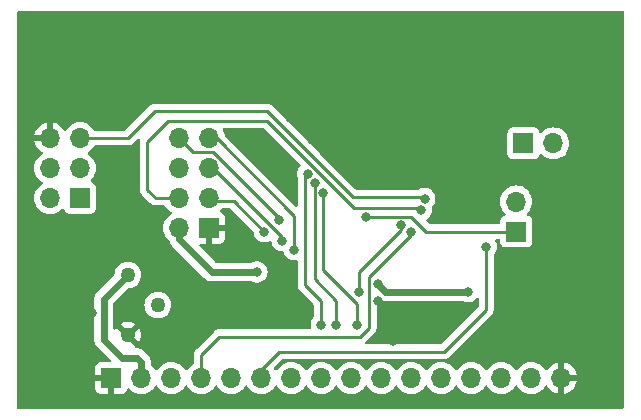
<source format=gbl>
G04 #@! TF.GenerationSoftware,KiCad,Pcbnew,7.0.7*
G04 #@! TF.CreationDate,2023-10-10T15:44:46+02:00*
G04 #@! TF.ProjectId,EcranLCD_Schema_V1.2,45637261-6e4c-4434-945f-536368656d61,rev?*
G04 #@! TF.SameCoordinates,Original*
G04 #@! TF.FileFunction,Copper,L2,Bot*
G04 #@! TF.FilePolarity,Positive*
%FSLAX46Y46*%
G04 Gerber Fmt 4.6, Leading zero omitted, Abs format (unit mm)*
G04 Created by KiCad (PCBNEW 7.0.7) date 2023-10-10 15:44:46*
%MOMM*%
%LPD*%
G01*
G04 APERTURE LIST*
G04 #@! TA.AperFunction,ComponentPad*
%ADD10R,1.700000X1.700000*%
G04 #@! TD*
G04 #@! TA.AperFunction,ComponentPad*
%ADD11O,1.700000X1.700000*%
G04 #@! TD*
G04 #@! TA.AperFunction,ComponentPad*
%ADD12C,1.260000*%
G04 #@! TD*
G04 #@! TA.AperFunction,ViaPad*
%ADD13C,0.800000*%
G04 #@! TD*
G04 #@! TA.AperFunction,Conductor*
%ADD14C,0.600000*%
G04 #@! TD*
G04 #@! TA.AperFunction,Conductor*
%ADD15C,0.250000*%
G04 #@! TD*
G04 APERTURE END LIST*
D10*
X117760000Y-69300000D03*
D11*
X115220000Y-69300000D03*
X117760000Y-66760000D03*
X115220000Y-66760000D03*
X117760000Y-64220000D03*
X115220000Y-64220000D03*
D10*
X120396000Y-84531200D03*
D11*
X122936000Y-84531200D03*
X125476000Y-84531200D03*
X128016000Y-84531200D03*
X130556000Y-84531200D03*
X133096000Y-84531200D03*
X135636000Y-84531200D03*
X138176000Y-84531200D03*
X140716000Y-84531200D03*
X143256000Y-84531200D03*
X145796000Y-84531200D03*
X148336000Y-84531200D03*
X150876000Y-84531200D03*
X153416000Y-84531200D03*
X155956000Y-84531200D03*
X158496000Y-84531200D03*
D10*
X128682000Y-71840000D03*
D11*
X126142000Y-71840000D03*
X128682000Y-69300000D03*
X126142000Y-69300000D03*
X128682000Y-66760000D03*
X126142000Y-66760000D03*
X128682000Y-64220000D03*
X126142000Y-64220000D03*
D10*
X155295600Y-64668400D03*
D11*
X157835600Y-64668400D03*
D10*
X154686000Y-72136000D03*
D11*
X154686000Y-69596000D03*
D12*
X121793000Y-80899000D03*
X124333000Y-78359000D03*
X121793000Y-75819000D03*
D13*
X140716000Y-56388000D03*
X118745000Y-78994000D03*
X143129000Y-56261000D03*
X135128000Y-57658000D03*
X150495000Y-61214000D03*
X146939000Y-57658000D03*
X134493000Y-59817000D03*
X132080000Y-64008000D03*
X129286000Y-78486000D03*
X137414000Y-64389000D03*
X161671000Y-62103000D03*
X137922000Y-62484000D03*
X123825000Y-81915000D03*
X124333000Y-80391000D03*
X135509000Y-62484000D03*
X115062000Y-60960000D03*
X146304000Y-59817000D03*
X150495000Y-65532000D03*
X134366000Y-67818000D03*
X146558000Y-63881000D03*
X143002000Y-77978000D03*
X144272000Y-81407000D03*
X161798000Y-81915000D03*
X134366000Y-78359000D03*
X144170400Y-60350400D03*
X144221200Y-63246000D03*
X138176000Y-56515000D03*
X125476000Y-57404000D03*
X161544000Y-67183000D03*
X132461000Y-73787000D03*
X161417000Y-54991000D03*
X145034000Y-55118000D03*
X114427000Y-82677000D03*
X152400000Y-54864000D03*
X120396000Y-65405000D03*
X114808000Y-74676000D03*
X150622000Y-77216000D03*
X132740400Y-75565000D03*
X142964500Y-76581000D03*
X145791701Y-72140299D03*
X152146000Y-73406000D03*
X141351000Y-77216000D03*
X144907000Y-71590500D03*
X137045783Y-67241293D03*
X138176000Y-80010000D03*
X137609000Y-68067000D03*
X139446000Y-80010000D03*
X141224000Y-80010000D03*
X138334000Y-68862000D03*
X133350000Y-72136000D03*
X146664415Y-70303046D03*
X134874000Y-72898000D03*
X141986000Y-70866000D03*
X135890000Y-73660000D03*
X134620000Y-71143658D03*
X146939000Y-69342000D03*
D14*
X121285000Y-82804000D02*
X119761000Y-81280000D01*
X143599500Y-77216000D02*
X150622000Y-77216000D01*
X126142000Y-72802000D02*
X126142000Y-71840000D01*
X122936000Y-84531200D02*
X122936000Y-83185000D01*
X119761000Y-81280000D02*
X119761000Y-77851000D01*
X132740400Y-75565000D02*
X128905000Y-75565000D01*
X122555000Y-82804000D02*
X121285000Y-82804000D01*
X119761000Y-77851000D02*
X121793000Y-75819000D01*
X142964500Y-76581000D02*
X143599500Y-77216000D01*
X122936000Y-83185000D02*
X122555000Y-82804000D01*
X128905000Y-75565000D02*
X126142000Y-72802000D01*
D15*
X142240000Y-80268653D02*
X141482653Y-81026000D01*
X141482653Y-81026000D02*
X129540000Y-81026000D01*
X145791701Y-72394299D02*
X142240000Y-75946000D01*
X142240000Y-75946000D02*
X142240000Y-80268653D01*
X128016000Y-82550000D02*
X128016000Y-84531200D01*
X145791701Y-72140299D02*
X145791701Y-72394299D01*
X129540000Y-81026000D02*
X128016000Y-82550000D01*
X133096000Y-83820000D02*
X133096000Y-84531200D01*
X134620000Y-82296000D02*
X133096000Y-83820000D01*
X152146000Y-78740000D02*
X148590000Y-82296000D01*
X148590000Y-82296000D02*
X134620000Y-82296000D01*
X152146000Y-73406000D02*
X152146000Y-78740000D01*
X144907000Y-72009000D02*
X141351000Y-75565000D01*
X144907000Y-71590500D02*
X144907000Y-72009000D01*
X141351000Y-75565000D02*
X141351000Y-77216000D01*
X136810000Y-76666000D02*
X136810000Y-67477076D01*
X138176000Y-80010000D02*
X138176000Y-78032000D01*
X138176000Y-78032000D02*
X136810000Y-76666000D01*
X136810000Y-67477076D02*
X137045783Y-67241293D01*
X139446000Y-80010000D02*
X139446000Y-78032000D01*
X139446000Y-78032000D02*
X137609000Y-76195000D01*
X137609000Y-76195000D02*
X137609000Y-68067000D01*
X141224000Y-80010000D02*
X141224000Y-78286000D01*
X141224000Y-78286000D02*
X138334000Y-75396000D01*
X138334000Y-75396000D02*
X138334000Y-68862000D01*
X133350000Y-72136000D02*
X130768000Y-69554000D01*
X128936000Y-69554000D02*
X128682000Y-69300000D01*
X130768000Y-69554000D02*
X128936000Y-69554000D01*
X140970795Y-70141000D02*
X133567795Y-62738000D01*
X123444000Y-68580000D02*
X124164000Y-69300000D01*
X124164000Y-69300000D02*
X126142000Y-69300000D01*
X133567795Y-62738000D02*
X125222000Y-62738000D01*
X123444000Y-64516000D02*
X123444000Y-68580000D01*
X125222000Y-62738000D02*
X123444000Y-64516000D01*
X146502369Y-70141000D02*
X140970795Y-70141000D01*
X146664415Y-70303046D02*
X146502369Y-70141000D01*
X128999305Y-66760000D02*
X128682000Y-66760000D01*
X134874000Y-72634695D02*
X128999305Y-66760000D01*
X134874000Y-72898000D02*
X134874000Y-72634695D01*
X141986000Y-70866000D02*
X145796000Y-70866000D01*
X145796000Y-70866000D02*
X147071000Y-72141000D01*
X147071000Y-72141000D02*
X154686000Y-72141000D01*
X135890000Y-73660000D02*
X135890000Y-70786558D01*
X135890000Y-70786558D02*
X129323442Y-64220000D01*
X129323442Y-64220000D02*
X128682000Y-64220000D01*
X127317000Y-65395000D02*
X126142000Y-64220000D01*
X134620000Y-71020000D02*
X128995000Y-65395000D01*
X128995000Y-65395000D02*
X127317000Y-65395000D01*
X134620000Y-71143658D02*
X134620000Y-71020000D01*
X133562000Y-61934000D02*
X124110000Y-61934000D01*
X121824000Y-64220000D02*
X117760000Y-64220000D01*
X140843000Y-69215000D02*
X133562000Y-61934000D01*
X146812000Y-69215000D02*
X140843000Y-69215000D01*
X124110000Y-61934000D02*
X121824000Y-64220000D01*
X146939000Y-69342000D02*
X146812000Y-69215000D01*
G04 #@! TA.AperFunction,Conductor*
G36*
X151433693Y-77768630D02*
G01*
X151491742Y-77807517D01*
X151519552Y-77871614D01*
X151520500Y-77886921D01*
X151520500Y-78429546D01*
X151500815Y-78496585D01*
X151484181Y-78517227D01*
X148367228Y-81634181D01*
X148305905Y-81667666D01*
X148279547Y-81670500D01*
X142024786Y-81670500D01*
X141957747Y-81650815D01*
X141911992Y-81598011D01*
X141902048Y-81528853D01*
X141929236Y-81467467D01*
X141936025Y-81459259D01*
X141943955Y-81449673D01*
X141947864Y-81445377D01*
X142623787Y-80769455D01*
X142636042Y-80759639D01*
X142635859Y-80759417D01*
X142641866Y-80754445D01*
X142641877Y-80754439D01*
X142672775Y-80721535D01*
X142689227Y-80704017D01*
X142699671Y-80693571D01*
X142710120Y-80683124D01*
X142714379Y-80677631D01*
X142718152Y-80673214D01*
X142750062Y-80639235D01*
X142759713Y-80621677D01*
X142770396Y-80605414D01*
X142782673Y-80589589D01*
X142801185Y-80546806D01*
X142803738Y-80541594D01*
X142826197Y-80500745D01*
X142831180Y-80481333D01*
X142837481Y-80462933D01*
X142845437Y-80444549D01*
X142852729Y-80398505D01*
X142853906Y-80392824D01*
X142865500Y-80347672D01*
X142865500Y-80327635D01*
X142867027Y-80308235D01*
X142868080Y-80301586D01*
X142870160Y-80288457D01*
X142865775Y-80242068D01*
X142865500Y-80236230D01*
X142865500Y-77913440D01*
X142885185Y-77846401D01*
X142937989Y-77800646D01*
X143007147Y-77790702D01*
X143070703Y-77819727D01*
X143077182Y-77825760D01*
X143097238Y-77845816D01*
X143115773Y-77857462D01*
X143132596Y-77868033D01*
X143138270Y-77872060D01*
X143170911Y-77898090D01*
X143170914Y-77898092D01*
X143208538Y-77916210D01*
X143214623Y-77919574D01*
X143249978Y-77941789D01*
X143289399Y-77955583D01*
X143295807Y-77958238D01*
X143333439Y-77976360D01*
X143374141Y-77985650D01*
X143380828Y-77987576D01*
X143416758Y-78000148D01*
X143420245Y-78001368D01*
X143461741Y-78006043D01*
X143468593Y-78007207D01*
X143509306Y-78016500D01*
X143554546Y-78016500D01*
X150179633Y-78016500D01*
X150230069Y-78027221D01*
X150342192Y-78077142D01*
X150342197Y-78077144D01*
X150527354Y-78116500D01*
X150527355Y-78116500D01*
X150716644Y-78116500D01*
X150716646Y-78116500D01*
X150901803Y-78077144D01*
X151074730Y-78000151D01*
X151227871Y-77888888D01*
X151304351Y-77803948D01*
X151363836Y-77767300D01*
X151433693Y-77768630D01*
G37*
G04 #@! TD.AperFunction*
G04 #@! TA.AperFunction,Conductor*
G36*
X133324382Y-63383185D02*
G01*
X133345024Y-63399819D01*
X136391623Y-66446418D01*
X136425108Y-66507741D01*
X136420124Y-66577433D01*
X136396092Y-66617071D01*
X136313249Y-66709077D01*
X136218604Y-66873008D01*
X136218601Y-66873015D01*
X136178832Y-66995413D01*
X136160109Y-67053037D01*
X136140323Y-67241293D01*
X136160109Y-67429549D01*
X136165402Y-67445841D01*
X136178431Y-67485938D01*
X136184500Y-67524256D01*
X136184500Y-69897105D01*
X136164815Y-69964144D01*
X136112011Y-70009899D01*
X136042853Y-70019843D01*
X135979297Y-69990818D01*
X135972819Y-69984786D01*
X130053236Y-64065203D01*
X130019751Y-64003880D01*
X130017390Y-63988335D01*
X130017063Y-63984592D01*
X129955903Y-63756337D01*
X129871840Y-63576064D01*
X129854979Y-63539905D01*
X129844487Y-63470827D01*
X129873007Y-63407043D01*
X129931483Y-63368804D01*
X129967361Y-63363500D01*
X133257343Y-63363500D01*
X133324382Y-63383185D01*
G37*
G04 #@! TD.AperFunction*
G04 #@! TA.AperFunction,Conductor*
G36*
X163772539Y-53487185D02*
G01*
X163818294Y-53539989D01*
X163829500Y-53591500D01*
X163829500Y-86997500D01*
X163809815Y-87064539D01*
X163757011Y-87110294D01*
X163705500Y-87121500D01*
X112519500Y-87121500D01*
X112452461Y-87101815D01*
X112406706Y-87049011D01*
X112395500Y-86997500D01*
X112395500Y-69300000D01*
X113864341Y-69300000D01*
X113884936Y-69535403D01*
X113884938Y-69535413D01*
X113946094Y-69763655D01*
X113946096Y-69763659D01*
X113946097Y-69763663D01*
X114015820Y-69913184D01*
X114045965Y-69977830D01*
X114045967Y-69977834D01*
X114154281Y-70132521D01*
X114181505Y-70171401D01*
X114348599Y-70338495D01*
X114445384Y-70406264D01*
X114542165Y-70474032D01*
X114542167Y-70474033D01*
X114542170Y-70474035D01*
X114756337Y-70573903D01*
X114984592Y-70635063D01*
X115161034Y-70650500D01*
X115219999Y-70655659D01*
X115220000Y-70655659D01*
X115220001Y-70655659D01*
X115259234Y-70652226D01*
X115455408Y-70635063D01*
X115683663Y-70573903D01*
X115897830Y-70474035D01*
X116091401Y-70338495D01*
X116213329Y-70216566D01*
X116274648Y-70183084D01*
X116344340Y-70188068D01*
X116400274Y-70229939D01*
X116417189Y-70260917D01*
X116466202Y-70392328D01*
X116466206Y-70392335D01*
X116552452Y-70507544D01*
X116552455Y-70507547D01*
X116667664Y-70593793D01*
X116667671Y-70593797D01*
X116802517Y-70644091D01*
X116802516Y-70644091D01*
X116809444Y-70644835D01*
X116862127Y-70650500D01*
X118657872Y-70650499D01*
X118717483Y-70644091D01*
X118852331Y-70593796D01*
X118967546Y-70507546D01*
X119053796Y-70392331D01*
X119104091Y-70257483D01*
X119110500Y-70197873D01*
X119110499Y-68402128D01*
X119104091Y-68342517D01*
X119102810Y-68339083D01*
X119053797Y-68207671D01*
X119053793Y-68207664D01*
X118967547Y-68092455D01*
X118967544Y-68092452D01*
X118852335Y-68006206D01*
X118852328Y-68006202D01*
X118720917Y-67957189D01*
X118664983Y-67915318D01*
X118640566Y-67849853D01*
X118655418Y-67781580D01*
X118676563Y-67753332D01*
X118798495Y-67631401D01*
X118934035Y-67437830D01*
X119033903Y-67223663D01*
X119095063Y-66995408D01*
X119115659Y-66760000D01*
X119095063Y-66524592D01*
X119033903Y-66296337D01*
X118934035Y-66082171D01*
X118928425Y-66074158D01*
X118798494Y-65888597D01*
X118631402Y-65721506D01*
X118631396Y-65721501D01*
X118445842Y-65591575D01*
X118402217Y-65536998D01*
X118395023Y-65467500D01*
X118426546Y-65405145D01*
X118445842Y-65388425D01*
X118506097Y-65346234D01*
X118631401Y-65258495D01*
X118798495Y-65091401D01*
X118933651Y-64898377D01*
X118988229Y-64854752D01*
X119035227Y-64845500D01*
X121741257Y-64845500D01*
X121756877Y-64847224D01*
X121756904Y-64846939D01*
X121764660Y-64847671D01*
X121764667Y-64847673D01*
X121833814Y-64845500D01*
X121863350Y-64845500D01*
X121870228Y-64844630D01*
X121876041Y-64844172D01*
X121922627Y-64842709D01*
X121941869Y-64837117D01*
X121960912Y-64833174D01*
X121980792Y-64830664D01*
X122024122Y-64813507D01*
X122029646Y-64811617D01*
X122033396Y-64810527D01*
X122074390Y-64798618D01*
X122091629Y-64788422D01*
X122109103Y-64779862D01*
X122127727Y-64772488D01*
X122127727Y-64772487D01*
X122127732Y-64772486D01*
X122165449Y-64745082D01*
X122170305Y-64741892D01*
X122210420Y-64718170D01*
X122224589Y-64703999D01*
X122239379Y-64691368D01*
X122255587Y-64679594D01*
X122285299Y-64643676D01*
X122289212Y-64639376D01*
X122610917Y-64317671D01*
X122672240Y-64284187D01*
X122741932Y-64289171D01*
X122797865Y-64331043D01*
X122822282Y-64396507D01*
X122819332Y-64429220D01*
X122819478Y-64429239D01*
X122818961Y-64433325D01*
X122818704Y-64436185D01*
X122818500Y-64436976D01*
X122818500Y-64457016D01*
X122816973Y-64476415D01*
X122813840Y-64496194D01*
X122813840Y-64496195D01*
X122818225Y-64542583D01*
X122818500Y-64548421D01*
X122818500Y-68497255D01*
X122816775Y-68512872D01*
X122817061Y-68512899D01*
X122816326Y-68520665D01*
X122818500Y-68589814D01*
X122818500Y-68619343D01*
X122818501Y-68619360D01*
X122819368Y-68626231D01*
X122819826Y-68632050D01*
X122821290Y-68678624D01*
X122821291Y-68678627D01*
X122826880Y-68697867D01*
X122830824Y-68716911D01*
X122831796Y-68724599D01*
X122833336Y-68736791D01*
X122850490Y-68780119D01*
X122852382Y-68785647D01*
X122865381Y-68830388D01*
X122875580Y-68847634D01*
X122884138Y-68865103D01*
X122891514Y-68883732D01*
X122918898Y-68921423D01*
X122922106Y-68926307D01*
X122945827Y-68966416D01*
X122945833Y-68966424D01*
X122959990Y-68980580D01*
X122972628Y-68995376D01*
X122984405Y-69011586D01*
X122984406Y-69011587D01*
X123020309Y-69041288D01*
X123024620Y-69045210D01*
X123373626Y-69394216D01*
X123663194Y-69683784D01*
X123673019Y-69696048D01*
X123673240Y-69695866D01*
X123678210Y-69701873D01*
X123678213Y-69701876D01*
X123678214Y-69701877D01*
X123728651Y-69749241D01*
X123749530Y-69770120D01*
X123755004Y-69774366D01*
X123759442Y-69778156D01*
X123793418Y-69810062D01*
X123793422Y-69810064D01*
X123810973Y-69819713D01*
X123827231Y-69830392D01*
X123843064Y-69842674D01*
X123865015Y-69852172D01*
X123885837Y-69861183D01*
X123891081Y-69863752D01*
X123931908Y-69886197D01*
X123951312Y-69891179D01*
X123969710Y-69897478D01*
X123988105Y-69905438D01*
X124034129Y-69912726D01*
X124039832Y-69913907D01*
X124084981Y-69925500D01*
X124105016Y-69925500D01*
X124124413Y-69927026D01*
X124144196Y-69930160D01*
X124190583Y-69925775D01*
X124196422Y-69925500D01*
X124866773Y-69925500D01*
X124933812Y-69945185D01*
X124968348Y-69978377D01*
X125103501Y-70171396D01*
X125103506Y-70171402D01*
X125270597Y-70338493D01*
X125270603Y-70338498D01*
X125456158Y-70468425D01*
X125499783Y-70523002D01*
X125506977Y-70592500D01*
X125475454Y-70654855D01*
X125456158Y-70671575D01*
X125270597Y-70801505D01*
X125103505Y-70968597D01*
X124967965Y-71162169D01*
X124967964Y-71162171D01*
X124868098Y-71376335D01*
X124868094Y-71376344D01*
X124806938Y-71604586D01*
X124806936Y-71604596D01*
X124786341Y-71839999D01*
X124786341Y-71840000D01*
X124806936Y-72075403D01*
X124806938Y-72075413D01*
X124868094Y-72303655D01*
X124868096Y-72303659D01*
X124868097Y-72303663D01*
X124937408Y-72452301D01*
X124967965Y-72517830D01*
X124967967Y-72517834D01*
X125073868Y-72669075D01*
X125102275Y-72709645D01*
X125103501Y-72711395D01*
X125103506Y-72711402D01*
X125270597Y-72878493D01*
X125270603Y-72878498D01*
X125305944Y-72903244D01*
X125349569Y-72957821D01*
X125355712Y-72977225D01*
X125356633Y-72981260D01*
X125370420Y-73020662D01*
X125372345Y-73027345D01*
X125381639Y-73068061D01*
X125399759Y-73105688D01*
X125402421Y-73112114D01*
X125416212Y-73151525D01*
X125438422Y-73186872D01*
X125441787Y-73192959D01*
X125459910Y-73230589D01*
X125485940Y-73263229D01*
X125489966Y-73268904D01*
X125512182Y-73304259D01*
X125512184Y-73304262D01*
X125544173Y-73336251D01*
X125544174Y-73336252D01*
X128275184Y-76067262D01*
X128402738Y-76194816D01*
X128438089Y-76217028D01*
X128443765Y-76221055D01*
X128476411Y-76247090D01*
X128476412Y-76247091D01*
X128497548Y-76257269D01*
X128514035Y-76265208D01*
X128520112Y-76268567D01*
X128537635Y-76279577D01*
X128555477Y-76290789D01*
X128594891Y-76304581D01*
X128601320Y-76307244D01*
X128638941Y-76325361D01*
X128679641Y-76334650D01*
X128686328Y-76336576D01*
X128722258Y-76349148D01*
X128725745Y-76350368D01*
X128767241Y-76355043D01*
X128774093Y-76356207D01*
X128814806Y-76365500D01*
X128860046Y-76365500D01*
X132298033Y-76365500D01*
X132348469Y-76376221D01*
X132460592Y-76426142D01*
X132460597Y-76426144D01*
X132645754Y-76465500D01*
X132645755Y-76465500D01*
X132835044Y-76465500D01*
X132835046Y-76465500D01*
X133020203Y-76426144D01*
X133193130Y-76349151D01*
X133346271Y-76237888D01*
X133472933Y-76097216D01*
X133567579Y-75933284D01*
X133626074Y-75753256D01*
X133645860Y-75565000D01*
X133626074Y-75376744D01*
X133567579Y-75196716D01*
X133472933Y-75032784D01*
X133346271Y-74892112D01*
X133346270Y-74892111D01*
X133193134Y-74780851D01*
X133193129Y-74780848D01*
X133020207Y-74703857D01*
X133020202Y-74703855D01*
X132866313Y-74671146D01*
X132835046Y-74664500D01*
X132645754Y-74664500D01*
X132614487Y-74671146D01*
X132460597Y-74703855D01*
X132460592Y-74703857D01*
X132348469Y-74753779D01*
X132298033Y-74764500D01*
X129287940Y-74764500D01*
X129220901Y-74744815D01*
X129200259Y-74728181D01*
X127873759Y-73401681D01*
X127840274Y-73340358D01*
X127845258Y-73270666D01*
X127887130Y-73214733D01*
X127952594Y-73190316D01*
X127961440Y-73190000D01*
X128432000Y-73190000D01*
X128432000Y-72452301D01*
X128451685Y-72385262D01*
X128504489Y-72339507D01*
X128573647Y-72329563D01*
X128646237Y-72340000D01*
X128646238Y-72340000D01*
X128717762Y-72340000D01*
X128717763Y-72340000D01*
X128790352Y-72329563D01*
X128859510Y-72339507D01*
X128912314Y-72385261D01*
X128931999Y-72452301D01*
X128931999Y-73189999D01*
X128932001Y-73190000D01*
X129579828Y-73190000D01*
X129579844Y-73189999D01*
X129639372Y-73183598D01*
X129639379Y-73183596D01*
X129774086Y-73133354D01*
X129774093Y-73133350D01*
X129889187Y-73047190D01*
X129889190Y-73047187D01*
X129975350Y-72932093D01*
X129975354Y-72932086D01*
X130025596Y-72797379D01*
X130025598Y-72797372D01*
X130031999Y-72737844D01*
X130032000Y-72737827D01*
X130032000Y-72090000D01*
X129295347Y-72090000D01*
X129228308Y-72070315D01*
X129182553Y-72017511D01*
X129172609Y-71948353D01*
X129176369Y-71931067D01*
X129182000Y-71911888D01*
X129182000Y-71768111D01*
X129176369Y-71748933D01*
X129176370Y-71679064D01*
X129214145Y-71620286D01*
X129277701Y-71591262D01*
X129295347Y-71590000D01*
X130032000Y-71590000D01*
X130032000Y-70942172D01*
X130031999Y-70942155D01*
X130025598Y-70882627D01*
X130025596Y-70882620D01*
X129975354Y-70747913D01*
X129975350Y-70747906D01*
X129889190Y-70632812D01*
X129889187Y-70632809D01*
X129774093Y-70546649D01*
X129774088Y-70546646D01*
X129642528Y-70497577D01*
X129586595Y-70455705D01*
X129562178Y-70390241D01*
X129577030Y-70321968D01*
X129598175Y-70293720D01*
X129676079Y-70215816D01*
X129737401Y-70182334D01*
X129763758Y-70179500D01*
X130457548Y-70179500D01*
X130524587Y-70199185D01*
X130545229Y-70215819D01*
X132411038Y-72081629D01*
X132444523Y-72142952D01*
X132446678Y-72156348D01*
X132448197Y-72170798D01*
X132464326Y-72324256D01*
X132464327Y-72324259D01*
X132522818Y-72504277D01*
X132522821Y-72504284D01*
X132617467Y-72668216D01*
X132723687Y-72786185D01*
X132744129Y-72808888D01*
X132897265Y-72920148D01*
X132897270Y-72920151D01*
X133070192Y-72997142D01*
X133070197Y-72997144D01*
X133255354Y-73036500D01*
X133255355Y-73036500D01*
X133444644Y-73036500D01*
X133444646Y-73036500D01*
X133629803Y-72997144D01*
X133802730Y-72920151D01*
X133802730Y-72920150D01*
X133807435Y-72918056D01*
X133876685Y-72908771D01*
X133939961Y-72938399D01*
X133977175Y-72997533D01*
X133981190Y-73018366D01*
X133988326Y-73086256D01*
X133988327Y-73086259D01*
X134046818Y-73266277D01*
X134046821Y-73266284D01*
X134141467Y-73430216D01*
X134268128Y-73570887D01*
X134268129Y-73570888D01*
X134421265Y-73682148D01*
X134421270Y-73682151D01*
X134594192Y-73759142D01*
X134594197Y-73759144D01*
X134779354Y-73798500D01*
X134779355Y-73798500D01*
X134898068Y-73798500D01*
X134965107Y-73818185D01*
X135010862Y-73870989D01*
X135015999Y-73884182D01*
X135062818Y-74028277D01*
X135062821Y-74028284D01*
X135157467Y-74192216D01*
X135284129Y-74332887D01*
X135284129Y-74332888D01*
X135437265Y-74444148D01*
X135437270Y-74444151D01*
X135610192Y-74521142D01*
X135610197Y-74521144D01*
X135795354Y-74560500D01*
X135795355Y-74560500D01*
X135984644Y-74560500D01*
X135984646Y-74560500D01*
X136034721Y-74549856D01*
X136104385Y-74555171D01*
X136160119Y-74597308D01*
X136184225Y-74662888D01*
X136184500Y-74671146D01*
X136184500Y-76583255D01*
X136182775Y-76598872D01*
X136183061Y-76598899D01*
X136182326Y-76606665D01*
X136184500Y-76675814D01*
X136184500Y-76705343D01*
X136184501Y-76705360D01*
X136185368Y-76712231D01*
X136185826Y-76718050D01*
X136187290Y-76764624D01*
X136187291Y-76764627D01*
X136192880Y-76783867D01*
X136196824Y-76802911D01*
X136199336Y-76822791D01*
X136216490Y-76866119D01*
X136218382Y-76871647D01*
X136231381Y-76916388D01*
X136241580Y-76933634D01*
X136250138Y-76951103D01*
X136257514Y-76969732D01*
X136284898Y-77007423D01*
X136288106Y-77012307D01*
X136311827Y-77052416D01*
X136311833Y-77052424D01*
X136325990Y-77066580D01*
X136338628Y-77081376D01*
X136350405Y-77097586D01*
X136350406Y-77097587D01*
X136386309Y-77127288D01*
X136390620Y-77131210D01*
X136972645Y-77713235D01*
X137514181Y-78254771D01*
X137547666Y-78316094D01*
X137550500Y-78342452D01*
X137550500Y-79311312D01*
X137530815Y-79378351D01*
X137518650Y-79394284D01*
X137443466Y-79477784D01*
X137348821Y-79641715D01*
X137348818Y-79641722D01*
X137294960Y-79807482D01*
X137290326Y-79821744D01*
X137270540Y-80010000D01*
X137290326Y-80198256D01*
X137303299Y-80238182D01*
X137305294Y-80308022D01*
X137269214Y-80367855D01*
X137206513Y-80398684D01*
X137185368Y-80400500D01*
X129622737Y-80400500D01*
X129607120Y-80398776D01*
X129607093Y-80399062D01*
X129599331Y-80398327D01*
X129530203Y-80400500D01*
X129500650Y-80400500D01*
X129499929Y-80400590D01*
X129493757Y-80401369D01*
X129487945Y-80401826D01*
X129441372Y-80403290D01*
X129441369Y-80403291D01*
X129422126Y-80408881D01*
X129403083Y-80412825D01*
X129383204Y-80415336D01*
X129383203Y-80415337D01*
X129339878Y-80432490D01*
X129334352Y-80434382D01*
X129289608Y-80447383D01*
X129289604Y-80447385D01*
X129272365Y-80457580D01*
X129254898Y-80466137D01*
X129236269Y-80473512D01*
X129236267Y-80473513D01*
X129198564Y-80500906D01*
X129193682Y-80504112D01*
X129153580Y-80527828D01*
X129139408Y-80542000D01*
X129124623Y-80554628D01*
X129112570Y-80563386D01*
X129108412Y-80566407D01*
X129078709Y-80602310D01*
X129074777Y-80606631D01*
X127632208Y-82049199D01*
X127619951Y-82059020D01*
X127620134Y-82059241D01*
X127614123Y-82064213D01*
X127566772Y-82114636D01*
X127545889Y-82135519D01*
X127545877Y-82135532D01*
X127541621Y-82141017D01*
X127537837Y-82145447D01*
X127505937Y-82179418D01*
X127505936Y-82179420D01*
X127496284Y-82196976D01*
X127485610Y-82213226D01*
X127473329Y-82229061D01*
X127473324Y-82229068D01*
X127454815Y-82271838D01*
X127452245Y-82277084D01*
X127429803Y-82317906D01*
X127424822Y-82337307D01*
X127418521Y-82355710D01*
X127410562Y-82374102D01*
X127410561Y-82374105D01*
X127403271Y-82420127D01*
X127402087Y-82425846D01*
X127390501Y-82470972D01*
X127390500Y-82470982D01*
X127390500Y-82491016D01*
X127388973Y-82510415D01*
X127385840Y-82530194D01*
X127385840Y-82530195D01*
X127390225Y-82576583D01*
X127390500Y-82582421D01*
X127390500Y-83255973D01*
X127370815Y-83323012D01*
X127337623Y-83357548D01*
X127144597Y-83492705D01*
X126977505Y-83659797D01*
X126847575Y-83845358D01*
X126792998Y-83888983D01*
X126723500Y-83896177D01*
X126661145Y-83864654D01*
X126644425Y-83845358D01*
X126514494Y-83659797D01*
X126347402Y-83492706D01*
X126347395Y-83492701D01*
X126153834Y-83357167D01*
X126153830Y-83357165D01*
X126082727Y-83324009D01*
X125939663Y-83257297D01*
X125939659Y-83257296D01*
X125939655Y-83257294D01*
X125711413Y-83196138D01*
X125711403Y-83196136D01*
X125476001Y-83175541D01*
X125475999Y-83175541D01*
X125240596Y-83196136D01*
X125240586Y-83196138D01*
X125012344Y-83257294D01*
X125012335Y-83257298D01*
X124798171Y-83357164D01*
X124798169Y-83357165D01*
X124604597Y-83492705D01*
X124437505Y-83659797D01*
X124307575Y-83845358D01*
X124252998Y-83888983D01*
X124183500Y-83896177D01*
X124121145Y-83864654D01*
X124104425Y-83845358D01*
X123974494Y-83659797D01*
X123807404Y-83492708D01*
X123807402Y-83492706D01*
X123807401Y-83492705D01*
X123789374Y-83480082D01*
X123745751Y-83425506D01*
X123736500Y-83378509D01*
X123736500Y-83094805D01*
X123736499Y-83094802D01*
X123727203Y-83054076D01*
X123726044Y-83047251D01*
X123721368Y-83005745D01*
X123707574Y-82966324D01*
X123705652Y-82959655D01*
X123696359Y-82918939D01*
X123678245Y-82881326D01*
X123675583Y-82874898D01*
X123661789Y-82835478D01*
X123651672Y-82819377D01*
X123639563Y-82800106D01*
X123636213Y-82794044D01*
X123618091Y-82756413D01*
X123592049Y-82723757D01*
X123588038Y-82718104D01*
X123574017Y-82695790D01*
X123565818Y-82682740D01*
X123057262Y-82174184D01*
X123057259Y-82174182D01*
X123021904Y-82151966D01*
X123016229Y-82147940D01*
X122983589Y-82121910D01*
X122945959Y-82103787D01*
X122939872Y-82100422D01*
X122904525Y-82078212D01*
X122865114Y-82064421D01*
X122858688Y-82061759D01*
X122821061Y-82043639D01*
X122780345Y-82034345D01*
X122773662Y-82032420D01*
X122734259Y-82018632D01*
X122692763Y-82013955D01*
X122685908Y-82012791D01*
X122645200Y-82003501D01*
X122645196Y-82003500D01*
X122645194Y-82003500D01*
X122645191Y-82003500D01*
X122517472Y-82003500D01*
X122450433Y-81983815D01*
X122404678Y-81931011D01*
X122394298Y-81865211D01*
X122395478Y-81855031D01*
X121939405Y-81398958D01*
X121905920Y-81337635D01*
X121910904Y-81267943D01*
X121952776Y-81212010D01*
X121968052Y-81202232D01*
X122010947Y-81179019D01*
X122090060Y-81093079D01*
X122093554Y-81085111D01*
X122138504Y-81031628D01*
X122205239Y-81010934D01*
X122272568Y-81029605D01*
X122294791Y-81047239D01*
X122751882Y-81504330D01*
X122751883Y-81504330D01*
X122757863Y-81496412D01*
X122851207Y-81308953D01*
X122908518Y-81107523D01*
X122927840Y-80899000D01*
X122927840Y-80898999D01*
X122908518Y-80690476D01*
X122851207Y-80489046D01*
X122757862Y-80301585D01*
X122757859Y-80301580D01*
X122751884Y-80293669D01*
X122751883Y-80293669D01*
X122293552Y-80752000D01*
X122232229Y-80785485D01*
X122162537Y-80780501D01*
X122106604Y-80738629D01*
X122102070Y-80732152D01*
X122054064Y-80658673D01*
X122054062Y-80658671D01*
X121954399Y-80581100D01*
X121913586Y-80524390D01*
X121909911Y-80454617D01*
X121942880Y-80395566D01*
X122395479Y-79942967D01*
X122298840Y-79883131D01*
X122298839Y-79883130D01*
X122103566Y-79807482D01*
X121897708Y-79769000D01*
X121688292Y-79769000D01*
X121482433Y-79807482D01*
X121287160Y-79883130D01*
X121287154Y-79883134D01*
X121190520Y-79942966D01*
X121190519Y-79942967D01*
X121646594Y-80399041D01*
X121680079Y-80460364D01*
X121675095Y-80530055D01*
X121633224Y-80585989D01*
X121617931Y-80595776D01*
X121575056Y-80618979D01*
X121575052Y-80618981D01*
X121495939Y-80704921D01*
X121492442Y-80712895D01*
X121447484Y-80766379D01*
X121380747Y-80787066D01*
X121313420Y-80768389D01*
X121291207Y-80750761D01*
X120834115Y-80293668D01*
X120828137Y-80301586D01*
X120796500Y-80365122D01*
X120748997Y-80416359D01*
X120681334Y-80433780D01*
X120614994Y-80411854D01*
X120571039Y-80357543D01*
X120561500Y-80309850D01*
X120561500Y-78359000D01*
X123197656Y-78359000D01*
X123216987Y-78567618D01*
X123274323Y-78769130D01*
X123274328Y-78769143D01*
X123347403Y-78915896D01*
X123367712Y-78956681D01*
X123470677Y-79093030D01*
X123493973Y-79123878D01*
X123493976Y-79123881D01*
X123648800Y-79265021D01*
X123648805Y-79265025D01*
X123826930Y-79375315D01*
X123826931Y-79375315D01*
X123826934Y-79375317D01*
X124022299Y-79451002D01*
X124228244Y-79489500D01*
X124228246Y-79489500D01*
X124437754Y-79489500D01*
X124437756Y-79489500D01*
X124643701Y-79451002D01*
X124839066Y-79375317D01*
X125017197Y-79265023D01*
X125172029Y-79123876D01*
X125298288Y-78956681D01*
X125391676Y-78769133D01*
X125449012Y-78567619D01*
X125468343Y-78359000D01*
X125455809Y-78223739D01*
X125449012Y-78150381D01*
X125428174Y-78077144D01*
X125391676Y-77948867D01*
X125388150Y-77941786D01*
X125319515Y-77803949D01*
X125298288Y-77761319D01*
X125172029Y-77594124D01*
X125172026Y-77594121D01*
X125172023Y-77594118D01*
X125017199Y-77452978D01*
X125017194Y-77452974D01*
X124839069Y-77342684D01*
X124839063Y-77342682D01*
X124643701Y-77266998D01*
X124437756Y-77228500D01*
X124228244Y-77228500D01*
X124022299Y-77266998D01*
X123898752Y-77314860D01*
X123826936Y-77342682D01*
X123826930Y-77342684D01*
X123648805Y-77452974D01*
X123648800Y-77452978D01*
X123493976Y-77594118D01*
X123493973Y-77594121D01*
X123367712Y-77761318D01*
X123274328Y-77948856D01*
X123274323Y-77948869D01*
X123216987Y-78150381D01*
X123197656Y-78358999D01*
X123197656Y-78359000D01*
X120561500Y-78359000D01*
X120561500Y-78233939D01*
X120581185Y-78166900D01*
X120597819Y-78146258D01*
X121758259Y-76985819D01*
X121819582Y-76952334D01*
X121845940Y-76949500D01*
X121897754Y-76949500D01*
X121897756Y-76949500D01*
X122103701Y-76911002D01*
X122299066Y-76835317D01*
X122477197Y-76725023D01*
X122632029Y-76583876D01*
X122758288Y-76416681D01*
X122851676Y-76229133D01*
X122909012Y-76027619D01*
X122928343Y-75819000D01*
X122926290Y-75796849D01*
X122909012Y-75610381D01*
X122890465Y-75545195D01*
X122851676Y-75408867D01*
X122841835Y-75389104D01*
X122792245Y-75289514D01*
X122758288Y-75221319D01*
X122632029Y-75054124D01*
X122632026Y-75054121D01*
X122632023Y-75054118D01*
X122477199Y-74912978D01*
X122477194Y-74912974D01*
X122299069Y-74802684D01*
X122299063Y-74802682D01*
X122103701Y-74726998D01*
X121897756Y-74688500D01*
X121688244Y-74688500D01*
X121482299Y-74726998D01*
X121358752Y-74774860D01*
X121286936Y-74802682D01*
X121286930Y-74802684D01*
X121108805Y-74912974D01*
X121108800Y-74912978D01*
X120953976Y-75054118D01*
X120953973Y-75054121D01*
X120827712Y-75221318D01*
X120734328Y-75408856D01*
X120734323Y-75408869D01*
X120676987Y-75610382D01*
X120661454Y-75778016D01*
X120635668Y-75842954D01*
X120625664Y-75854256D01*
X119258738Y-77221184D01*
X119131186Y-77348735D01*
X119131183Y-77348739D01*
X119108966Y-77384096D01*
X119104941Y-77389769D01*
X119078910Y-77422410D01*
X119060791Y-77460033D01*
X119057427Y-77466120D01*
X119035212Y-77501476D01*
X119035208Y-77501483D01*
X119021416Y-77540895D01*
X119018755Y-77547320D01*
X119000639Y-77584939D01*
X118991344Y-77625659D01*
X118989419Y-77632341D01*
X118975632Y-77671744D01*
X118970955Y-77713235D01*
X118969791Y-77720089D01*
X118960499Y-77760806D01*
X118960500Y-81370191D01*
X118960501Y-81370200D01*
X118969791Y-81410908D01*
X118970955Y-81417763D01*
X118975632Y-81459259D01*
X118989420Y-81498662D01*
X118991345Y-81505345D01*
X119000639Y-81546061D01*
X119018759Y-81583688D01*
X119021421Y-81590114D01*
X119035212Y-81629525D01*
X119057422Y-81664872D01*
X119060787Y-81670959D01*
X119078910Y-81708589D01*
X119104940Y-81741229D01*
X119108966Y-81746904D01*
X119131182Y-81782259D01*
X119131184Y-81782262D01*
X120318441Y-82969519D01*
X120351926Y-83030842D01*
X120346942Y-83100534D01*
X120305070Y-83156467D01*
X120239606Y-83180884D01*
X120230760Y-83181200D01*
X119498155Y-83181200D01*
X119438627Y-83187601D01*
X119438620Y-83187603D01*
X119303913Y-83237845D01*
X119303906Y-83237849D01*
X119188812Y-83324009D01*
X119188809Y-83324012D01*
X119102649Y-83439106D01*
X119102645Y-83439113D01*
X119052403Y-83573820D01*
X119052401Y-83573827D01*
X119046000Y-83633355D01*
X119046000Y-84281200D01*
X119782653Y-84281200D01*
X119849692Y-84300885D01*
X119895447Y-84353689D01*
X119905391Y-84422847D01*
X119901631Y-84440133D01*
X119896000Y-84459311D01*
X119896000Y-84603088D01*
X119901631Y-84622267D01*
X119901630Y-84692136D01*
X119863855Y-84750914D01*
X119800299Y-84779938D01*
X119782653Y-84781200D01*
X119046000Y-84781200D01*
X119046000Y-85429044D01*
X119052401Y-85488572D01*
X119052403Y-85488579D01*
X119102645Y-85623286D01*
X119102649Y-85623293D01*
X119188809Y-85738387D01*
X119188812Y-85738390D01*
X119303906Y-85824550D01*
X119303913Y-85824554D01*
X119438620Y-85874796D01*
X119438627Y-85874798D01*
X119498155Y-85881199D01*
X119498172Y-85881200D01*
X120146000Y-85881200D01*
X120146000Y-85143501D01*
X120165685Y-85076462D01*
X120218489Y-85030707D01*
X120287647Y-85020763D01*
X120360237Y-85031200D01*
X120360238Y-85031200D01*
X120431762Y-85031200D01*
X120431763Y-85031200D01*
X120504353Y-85020763D01*
X120573512Y-85030707D01*
X120626315Y-85076462D01*
X120646000Y-85143501D01*
X120646000Y-85881200D01*
X121293828Y-85881200D01*
X121293844Y-85881199D01*
X121353372Y-85874798D01*
X121353379Y-85874796D01*
X121488086Y-85824554D01*
X121488093Y-85824550D01*
X121603187Y-85738390D01*
X121603190Y-85738387D01*
X121689350Y-85623293D01*
X121689354Y-85623286D01*
X121738422Y-85491729D01*
X121780293Y-85435795D01*
X121845757Y-85411378D01*
X121914030Y-85426230D01*
X121942285Y-85447381D01*
X122064599Y-85569695D01*
X122141135Y-85623286D01*
X122258165Y-85705232D01*
X122258167Y-85705233D01*
X122258170Y-85705235D01*
X122472337Y-85805103D01*
X122700592Y-85866263D01*
X122871319Y-85881200D01*
X122935999Y-85886859D01*
X122936000Y-85886859D01*
X122936001Y-85886859D01*
X123000681Y-85881200D01*
X123171408Y-85866263D01*
X123399663Y-85805103D01*
X123613830Y-85705235D01*
X123807401Y-85569695D01*
X123974495Y-85402601D01*
X124104426Y-85217040D01*
X124159001Y-85173417D01*
X124228499Y-85166223D01*
X124290854Y-85197746D01*
X124307574Y-85217041D01*
X124437505Y-85402601D01*
X124604599Y-85569695D01*
X124681135Y-85623286D01*
X124798165Y-85705232D01*
X124798167Y-85705233D01*
X124798170Y-85705235D01*
X125012337Y-85805103D01*
X125240592Y-85866263D01*
X125411319Y-85881200D01*
X125475999Y-85886859D01*
X125476000Y-85886859D01*
X125476001Y-85886859D01*
X125540681Y-85881200D01*
X125711408Y-85866263D01*
X125939663Y-85805103D01*
X126153830Y-85705235D01*
X126347401Y-85569695D01*
X126514495Y-85402601D01*
X126644426Y-85217040D01*
X126699001Y-85173417D01*
X126768499Y-85166223D01*
X126830854Y-85197746D01*
X126847574Y-85217041D01*
X126977505Y-85402601D01*
X127144599Y-85569695D01*
X127221135Y-85623286D01*
X127338165Y-85705232D01*
X127338167Y-85705233D01*
X127338170Y-85705235D01*
X127552337Y-85805103D01*
X127780592Y-85866263D01*
X127951319Y-85881200D01*
X128015999Y-85886859D01*
X128016000Y-85886859D01*
X128016001Y-85886859D01*
X128080681Y-85881200D01*
X128251408Y-85866263D01*
X128479663Y-85805103D01*
X128693830Y-85705235D01*
X128887401Y-85569695D01*
X129054495Y-85402601D01*
X129184426Y-85217040D01*
X129239001Y-85173417D01*
X129308499Y-85166223D01*
X129370854Y-85197746D01*
X129387574Y-85217041D01*
X129517505Y-85402601D01*
X129684599Y-85569695D01*
X129761135Y-85623286D01*
X129878165Y-85705232D01*
X129878167Y-85705233D01*
X129878170Y-85705235D01*
X130092337Y-85805103D01*
X130320592Y-85866263D01*
X130491319Y-85881200D01*
X130555999Y-85886859D01*
X130556000Y-85886859D01*
X130556001Y-85886859D01*
X130620681Y-85881200D01*
X130791408Y-85866263D01*
X131019663Y-85805103D01*
X131233830Y-85705235D01*
X131427401Y-85569695D01*
X131594495Y-85402601D01*
X131724426Y-85217040D01*
X131779001Y-85173417D01*
X131848499Y-85166223D01*
X131910854Y-85197746D01*
X131927574Y-85217041D01*
X132057505Y-85402601D01*
X132224599Y-85569695D01*
X132301135Y-85623286D01*
X132418165Y-85705232D01*
X132418167Y-85705233D01*
X132418170Y-85705235D01*
X132632337Y-85805103D01*
X132860592Y-85866263D01*
X133031319Y-85881200D01*
X133095999Y-85886859D01*
X133096000Y-85886859D01*
X133096001Y-85886859D01*
X133160681Y-85881200D01*
X133331408Y-85866263D01*
X133559663Y-85805103D01*
X133773830Y-85705235D01*
X133967401Y-85569695D01*
X134134495Y-85402601D01*
X134264426Y-85217041D01*
X134319002Y-85173417D01*
X134388500Y-85166223D01*
X134450855Y-85197746D01*
X134467575Y-85217042D01*
X134597281Y-85402282D01*
X134597505Y-85402601D01*
X134764599Y-85569695D01*
X134841135Y-85623286D01*
X134958165Y-85705232D01*
X134958167Y-85705233D01*
X134958170Y-85705235D01*
X135172337Y-85805103D01*
X135400592Y-85866263D01*
X135571319Y-85881200D01*
X135635999Y-85886859D01*
X135636000Y-85886859D01*
X135636001Y-85886859D01*
X135700681Y-85881200D01*
X135871408Y-85866263D01*
X136099663Y-85805103D01*
X136313830Y-85705235D01*
X136507401Y-85569695D01*
X136674495Y-85402601D01*
X136804426Y-85217041D01*
X136859002Y-85173417D01*
X136928500Y-85166223D01*
X136990855Y-85197746D01*
X137007575Y-85217042D01*
X137137281Y-85402282D01*
X137137505Y-85402601D01*
X137304599Y-85569695D01*
X137381135Y-85623286D01*
X137498165Y-85705232D01*
X137498167Y-85705233D01*
X137498170Y-85705235D01*
X137712337Y-85805103D01*
X137940592Y-85866263D01*
X138111319Y-85881200D01*
X138175999Y-85886859D01*
X138176000Y-85886859D01*
X138176001Y-85886859D01*
X138240681Y-85881200D01*
X138411408Y-85866263D01*
X138639663Y-85805103D01*
X138853830Y-85705235D01*
X139047401Y-85569695D01*
X139214495Y-85402601D01*
X139344426Y-85217041D01*
X139399002Y-85173417D01*
X139468500Y-85166223D01*
X139530855Y-85197746D01*
X139547575Y-85217042D01*
X139677281Y-85402282D01*
X139677505Y-85402601D01*
X139844599Y-85569695D01*
X139921135Y-85623286D01*
X140038165Y-85705232D01*
X140038167Y-85705233D01*
X140038170Y-85705235D01*
X140252337Y-85805103D01*
X140480592Y-85866263D01*
X140651319Y-85881200D01*
X140715999Y-85886859D01*
X140716000Y-85886859D01*
X140716001Y-85886859D01*
X140780681Y-85881200D01*
X140951408Y-85866263D01*
X141179663Y-85805103D01*
X141393830Y-85705235D01*
X141587401Y-85569695D01*
X141754495Y-85402601D01*
X141884426Y-85217041D01*
X141939002Y-85173417D01*
X142008500Y-85166223D01*
X142070855Y-85197746D01*
X142087575Y-85217042D01*
X142217281Y-85402282D01*
X142217505Y-85402601D01*
X142384599Y-85569695D01*
X142461135Y-85623286D01*
X142578165Y-85705232D01*
X142578167Y-85705233D01*
X142578170Y-85705235D01*
X142792337Y-85805103D01*
X143020592Y-85866263D01*
X143191319Y-85881200D01*
X143255999Y-85886859D01*
X143256000Y-85886859D01*
X143256001Y-85886859D01*
X143320681Y-85881200D01*
X143491408Y-85866263D01*
X143719663Y-85805103D01*
X143933830Y-85705235D01*
X144127401Y-85569695D01*
X144294495Y-85402601D01*
X144424426Y-85217041D01*
X144479002Y-85173417D01*
X144548500Y-85166223D01*
X144610855Y-85197746D01*
X144627575Y-85217042D01*
X144757281Y-85402282D01*
X144757505Y-85402601D01*
X144924599Y-85569695D01*
X145001135Y-85623286D01*
X145118165Y-85705232D01*
X145118167Y-85705233D01*
X145118170Y-85705235D01*
X145332337Y-85805103D01*
X145560592Y-85866263D01*
X145731319Y-85881200D01*
X145795999Y-85886859D01*
X145796000Y-85886859D01*
X145796001Y-85886859D01*
X145860681Y-85881200D01*
X146031408Y-85866263D01*
X146259663Y-85805103D01*
X146473830Y-85705235D01*
X146667401Y-85569695D01*
X146834495Y-85402601D01*
X146964426Y-85217041D01*
X147019002Y-85173417D01*
X147088500Y-85166223D01*
X147150855Y-85197746D01*
X147167575Y-85217042D01*
X147297281Y-85402282D01*
X147297505Y-85402601D01*
X147464599Y-85569695D01*
X147541135Y-85623286D01*
X147658165Y-85705232D01*
X147658167Y-85705233D01*
X147658170Y-85705235D01*
X147872337Y-85805103D01*
X148100592Y-85866263D01*
X148271319Y-85881200D01*
X148335999Y-85886859D01*
X148336000Y-85886859D01*
X148336001Y-85886859D01*
X148400681Y-85881200D01*
X148571408Y-85866263D01*
X148799663Y-85805103D01*
X149013830Y-85705235D01*
X149207401Y-85569695D01*
X149374495Y-85402601D01*
X149504426Y-85217041D01*
X149559002Y-85173417D01*
X149628500Y-85166223D01*
X149690855Y-85197746D01*
X149707575Y-85217042D01*
X149837281Y-85402282D01*
X149837505Y-85402601D01*
X150004599Y-85569695D01*
X150081135Y-85623286D01*
X150198165Y-85705232D01*
X150198167Y-85705233D01*
X150198170Y-85705235D01*
X150412337Y-85805103D01*
X150640592Y-85866263D01*
X150811319Y-85881200D01*
X150875999Y-85886859D01*
X150876000Y-85886859D01*
X150876001Y-85886859D01*
X150940681Y-85881200D01*
X151111408Y-85866263D01*
X151339663Y-85805103D01*
X151553830Y-85705235D01*
X151747401Y-85569695D01*
X151914495Y-85402601D01*
X152044426Y-85217041D01*
X152099002Y-85173417D01*
X152168500Y-85166223D01*
X152230855Y-85197746D01*
X152247575Y-85217042D01*
X152377281Y-85402282D01*
X152377505Y-85402601D01*
X152544599Y-85569695D01*
X152621135Y-85623286D01*
X152738165Y-85705232D01*
X152738167Y-85705233D01*
X152738170Y-85705235D01*
X152952337Y-85805103D01*
X153180592Y-85866263D01*
X153351319Y-85881200D01*
X153415999Y-85886859D01*
X153416000Y-85886859D01*
X153416001Y-85886859D01*
X153480681Y-85881200D01*
X153651408Y-85866263D01*
X153879663Y-85805103D01*
X154093830Y-85705235D01*
X154287401Y-85569695D01*
X154454495Y-85402601D01*
X154584426Y-85217041D01*
X154639002Y-85173417D01*
X154708500Y-85166223D01*
X154770855Y-85197746D01*
X154787575Y-85217042D01*
X154917281Y-85402282D01*
X154917505Y-85402601D01*
X155084599Y-85569695D01*
X155161135Y-85623286D01*
X155278165Y-85705232D01*
X155278167Y-85705233D01*
X155278170Y-85705235D01*
X155492337Y-85805103D01*
X155720592Y-85866263D01*
X155891319Y-85881200D01*
X155955999Y-85886859D01*
X155956000Y-85886859D01*
X155956001Y-85886859D01*
X156020681Y-85881200D01*
X156191408Y-85866263D01*
X156419663Y-85805103D01*
X156633830Y-85705235D01*
X156827401Y-85569695D01*
X156994495Y-85402601D01*
X157124730Y-85216605D01*
X157179307Y-85172981D01*
X157248805Y-85165787D01*
X157311160Y-85197310D01*
X157327879Y-85216605D01*
X157457890Y-85402278D01*
X157624917Y-85569305D01*
X157818421Y-85704800D01*
X158032507Y-85804629D01*
X158032516Y-85804633D01*
X158246000Y-85861834D01*
X158246000Y-85143501D01*
X158265685Y-85076462D01*
X158318489Y-85030707D01*
X158387647Y-85020763D01*
X158460237Y-85031200D01*
X158460238Y-85031200D01*
X158531762Y-85031200D01*
X158531763Y-85031200D01*
X158604353Y-85020763D01*
X158673512Y-85030707D01*
X158726315Y-85076462D01*
X158746000Y-85143501D01*
X158746000Y-85861833D01*
X158959483Y-85804633D01*
X158959492Y-85804629D01*
X159173578Y-85704800D01*
X159367082Y-85569305D01*
X159534105Y-85402282D01*
X159669600Y-85208778D01*
X159769429Y-84994692D01*
X159769432Y-84994686D01*
X159826636Y-84781200D01*
X159109347Y-84781200D01*
X159042308Y-84761515D01*
X158996553Y-84708711D01*
X158986609Y-84639553D01*
X158990369Y-84622267D01*
X158996000Y-84603088D01*
X158996000Y-84459311D01*
X158990369Y-84440133D01*
X158990370Y-84370264D01*
X159028145Y-84311486D01*
X159091701Y-84282462D01*
X159109347Y-84281200D01*
X159826636Y-84281200D01*
X159826635Y-84281199D01*
X159769432Y-84067713D01*
X159769429Y-84067707D01*
X159669600Y-83853622D01*
X159669599Y-83853620D01*
X159534113Y-83660126D01*
X159534108Y-83660120D01*
X159367082Y-83493094D01*
X159173578Y-83357599D01*
X158959492Y-83257770D01*
X158959486Y-83257767D01*
X158746000Y-83200564D01*
X158746000Y-83918898D01*
X158726315Y-83985937D01*
X158673511Y-84031692D01*
X158604355Y-84041636D01*
X158531766Y-84031200D01*
X158531763Y-84031200D01*
X158460237Y-84031200D01*
X158460233Y-84031200D01*
X158387645Y-84041636D01*
X158318487Y-84031692D01*
X158265684Y-83985936D01*
X158246000Y-83918898D01*
X158246000Y-83200564D01*
X158245999Y-83200564D01*
X158032513Y-83257767D01*
X158032507Y-83257770D01*
X157818422Y-83357599D01*
X157818420Y-83357600D01*
X157624926Y-83493086D01*
X157624920Y-83493091D01*
X157457891Y-83660120D01*
X157457890Y-83660122D01*
X157327880Y-83845795D01*
X157273303Y-83889419D01*
X157203804Y-83896612D01*
X157141450Y-83865090D01*
X157124730Y-83845794D01*
X156994494Y-83659797D01*
X156827402Y-83492706D01*
X156827395Y-83492701D01*
X156633834Y-83357167D01*
X156633830Y-83357165D01*
X156562727Y-83324009D01*
X156419663Y-83257297D01*
X156419659Y-83257296D01*
X156419655Y-83257294D01*
X156191413Y-83196138D01*
X156191403Y-83196136D01*
X155956001Y-83175541D01*
X155955999Y-83175541D01*
X155720596Y-83196136D01*
X155720586Y-83196138D01*
X155492344Y-83257294D01*
X155492335Y-83257298D01*
X155278171Y-83357164D01*
X155278169Y-83357165D01*
X155084597Y-83492705D01*
X154917505Y-83659797D01*
X154787575Y-83845358D01*
X154732998Y-83888983D01*
X154663500Y-83896177D01*
X154601145Y-83864654D01*
X154584425Y-83845358D01*
X154454494Y-83659797D01*
X154287402Y-83492706D01*
X154287395Y-83492701D01*
X154093834Y-83357167D01*
X154093830Y-83357165D01*
X154022727Y-83324009D01*
X153879663Y-83257297D01*
X153879659Y-83257296D01*
X153879655Y-83257294D01*
X153651413Y-83196138D01*
X153651403Y-83196136D01*
X153416001Y-83175541D01*
X153415999Y-83175541D01*
X153180596Y-83196136D01*
X153180586Y-83196138D01*
X152952344Y-83257294D01*
X152952335Y-83257298D01*
X152738171Y-83357164D01*
X152738169Y-83357165D01*
X152544597Y-83492705D01*
X152377505Y-83659797D01*
X152247575Y-83845358D01*
X152192998Y-83888983D01*
X152123500Y-83896177D01*
X152061145Y-83864654D01*
X152044425Y-83845358D01*
X151914494Y-83659797D01*
X151747402Y-83492706D01*
X151747395Y-83492701D01*
X151553834Y-83357167D01*
X151553830Y-83357165D01*
X151482727Y-83324009D01*
X151339663Y-83257297D01*
X151339659Y-83257296D01*
X151339655Y-83257294D01*
X151111413Y-83196138D01*
X151111403Y-83196136D01*
X150876001Y-83175541D01*
X150875999Y-83175541D01*
X150640596Y-83196136D01*
X150640586Y-83196138D01*
X150412344Y-83257294D01*
X150412335Y-83257298D01*
X150198171Y-83357164D01*
X150198169Y-83357165D01*
X150004597Y-83492705D01*
X149837505Y-83659797D01*
X149707575Y-83845358D01*
X149652998Y-83888983D01*
X149583500Y-83896177D01*
X149521145Y-83864654D01*
X149504425Y-83845358D01*
X149374494Y-83659797D01*
X149207402Y-83492706D01*
X149207395Y-83492701D01*
X149013834Y-83357167D01*
X149013830Y-83357165D01*
X148942727Y-83324009D01*
X148799663Y-83257297D01*
X148799659Y-83257296D01*
X148799655Y-83257294D01*
X148571413Y-83196138D01*
X148571403Y-83196136D01*
X148336001Y-83175541D01*
X148335999Y-83175541D01*
X148100596Y-83196136D01*
X148100586Y-83196138D01*
X147872344Y-83257294D01*
X147872335Y-83257298D01*
X147658171Y-83357164D01*
X147658169Y-83357165D01*
X147464597Y-83492705D01*
X147297505Y-83659797D01*
X147167575Y-83845358D01*
X147112998Y-83888983D01*
X147043500Y-83896177D01*
X146981145Y-83864654D01*
X146964425Y-83845358D01*
X146834494Y-83659797D01*
X146667402Y-83492706D01*
X146667395Y-83492701D01*
X146473834Y-83357167D01*
X146473830Y-83357165D01*
X146402727Y-83324009D01*
X146259663Y-83257297D01*
X146259659Y-83257296D01*
X146259655Y-83257294D01*
X146031413Y-83196138D01*
X146031403Y-83196136D01*
X145796001Y-83175541D01*
X145795999Y-83175541D01*
X145560596Y-83196136D01*
X145560586Y-83196138D01*
X145332344Y-83257294D01*
X145332335Y-83257298D01*
X145118171Y-83357164D01*
X145118169Y-83357165D01*
X144924597Y-83492705D01*
X144757508Y-83659794D01*
X144627574Y-83845359D01*
X144572997Y-83888984D01*
X144503498Y-83896176D01*
X144441144Y-83864654D01*
X144424424Y-83845358D01*
X144294494Y-83659797D01*
X144127402Y-83492706D01*
X144127395Y-83492701D01*
X143933834Y-83357167D01*
X143933830Y-83357165D01*
X143862727Y-83324009D01*
X143719663Y-83257297D01*
X143719659Y-83257296D01*
X143719655Y-83257294D01*
X143491413Y-83196138D01*
X143491403Y-83196136D01*
X143256001Y-83175541D01*
X143255999Y-83175541D01*
X143020596Y-83196136D01*
X143020586Y-83196138D01*
X142792344Y-83257294D01*
X142792335Y-83257298D01*
X142578171Y-83357164D01*
X142578169Y-83357165D01*
X142384597Y-83492705D01*
X142217505Y-83659797D01*
X142087575Y-83845358D01*
X142032998Y-83888983D01*
X141963500Y-83896177D01*
X141901145Y-83864654D01*
X141884425Y-83845358D01*
X141754494Y-83659797D01*
X141587402Y-83492706D01*
X141587395Y-83492701D01*
X141393834Y-83357167D01*
X141393830Y-83357165D01*
X141322727Y-83324009D01*
X141179663Y-83257297D01*
X141179659Y-83257296D01*
X141179655Y-83257294D01*
X140951413Y-83196138D01*
X140951403Y-83196136D01*
X140716001Y-83175541D01*
X140715999Y-83175541D01*
X140480596Y-83196136D01*
X140480586Y-83196138D01*
X140252344Y-83257294D01*
X140252335Y-83257298D01*
X140038171Y-83357164D01*
X140038169Y-83357165D01*
X139844597Y-83492705D01*
X139677505Y-83659797D01*
X139547575Y-83845358D01*
X139492998Y-83888983D01*
X139423500Y-83896177D01*
X139361145Y-83864654D01*
X139344425Y-83845358D01*
X139214494Y-83659797D01*
X139047402Y-83492706D01*
X139047395Y-83492701D01*
X138853834Y-83357167D01*
X138853830Y-83357165D01*
X138782727Y-83324009D01*
X138639663Y-83257297D01*
X138639659Y-83257296D01*
X138639655Y-83257294D01*
X138411413Y-83196138D01*
X138411403Y-83196136D01*
X138176001Y-83175541D01*
X138175999Y-83175541D01*
X137940596Y-83196136D01*
X137940586Y-83196138D01*
X137712344Y-83257294D01*
X137712335Y-83257298D01*
X137498171Y-83357164D01*
X137498169Y-83357165D01*
X137304597Y-83492705D01*
X137137505Y-83659797D01*
X137007575Y-83845358D01*
X136952998Y-83888983D01*
X136883500Y-83896177D01*
X136821145Y-83864654D01*
X136804425Y-83845358D01*
X136674494Y-83659797D01*
X136507402Y-83492706D01*
X136507395Y-83492701D01*
X136313834Y-83357167D01*
X136313830Y-83357165D01*
X136242727Y-83324009D01*
X136099663Y-83257297D01*
X136099659Y-83257296D01*
X136099655Y-83257294D01*
X135871413Y-83196138D01*
X135871403Y-83196136D01*
X135636001Y-83175541D01*
X135635999Y-83175541D01*
X135400596Y-83196136D01*
X135400586Y-83196138D01*
X135172344Y-83257294D01*
X135172335Y-83257298D01*
X134958171Y-83357164D01*
X134958169Y-83357165D01*
X134764597Y-83492705D01*
X134597508Y-83659794D01*
X134467574Y-83845359D01*
X134412997Y-83888984D01*
X134343498Y-83896176D01*
X134281144Y-83864654D01*
X134264424Y-83845358D01*
X134196767Y-83748732D01*
X134174439Y-83682525D01*
X134191451Y-83614758D01*
X134210657Y-83589932D01*
X134842771Y-82957819D01*
X134904095Y-82924334D01*
X134930453Y-82921500D01*
X148507257Y-82921500D01*
X148522877Y-82923224D01*
X148522904Y-82922939D01*
X148530660Y-82923671D01*
X148530667Y-82923673D01*
X148599814Y-82921500D01*
X148629350Y-82921500D01*
X148636228Y-82920630D01*
X148642041Y-82920172D01*
X148688627Y-82918709D01*
X148707869Y-82913117D01*
X148726912Y-82909174D01*
X148746792Y-82906664D01*
X148790122Y-82889507D01*
X148795646Y-82887617D01*
X148799396Y-82886527D01*
X148840390Y-82874618D01*
X148857629Y-82864422D01*
X148875103Y-82855862D01*
X148893727Y-82848488D01*
X148893727Y-82848487D01*
X148893732Y-82848486D01*
X148931449Y-82821082D01*
X148936305Y-82817892D01*
X148976420Y-82794170D01*
X148990589Y-82779999D01*
X149005379Y-82767368D01*
X149021587Y-82755594D01*
X149051299Y-82719676D01*
X149055212Y-82715376D01*
X152529788Y-79240801D01*
X152542042Y-79230986D01*
X152541859Y-79230764D01*
X152547866Y-79225792D01*
X152547877Y-79225786D01*
X152578775Y-79192882D01*
X152595227Y-79175364D01*
X152605671Y-79164918D01*
X152616120Y-79154471D01*
X152620379Y-79148978D01*
X152624152Y-79144561D01*
X152656062Y-79110582D01*
X152665713Y-79093024D01*
X152676396Y-79076761D01*
X152688673Y-79060936D01*
X152707185Y-79018153D01*
X152709738Y-79012941D01*
X152732197Y-78972092D01*
X152737180Y-78952680D01*
X152743481Y-78934280D01*
X152751437Y-78915896D01*
X152758729Y-78869852D01*
X152759906Y-78864171D01*
X152771500Y-78819019D01*
X152771500Y-78798982D01*
X152773027Y-78779582D01*
X152776160Y-78759804D01*
X152771775Y-78713415D01*
X152771500Y-78707577D01*
X152771500Y-74104687D01*
X152791185Y-74037648D01*
X152803350Y-74021715D01*
X152821891Y-74001122D01*
X152878533Y-73938216D01*
X152973179Y-73774284D01*
X153031674Y-73594256D01*
X153051460Y-73406000D01*
X153031674Y-73217744D01*
X152973179Y-73037716D01*
X152923978Y-72952498D01*
X152907507Y-72884599D01*
X152930360Y-72818572D01*
X152985282Y-72775382D01*
X153031367Y-72766500D01*
X153211501Y-72766500D01*
X153278540Y-72786185D01*
X153324295Y-72838989D01*
X153335501Y-72890500D01*
X153335501Y-73033876D01*
X153341908Y-73093483D01*
X153392202Y-73228328D01*
X153392206Y-73228335D01*
X153478452Y-73343544D01*
X153478455Y-73343547D01*
X153593664Y-73429793D01*
X153593671Y-73429797D01*
X153728517Y-73480091D01*
X153728516Y-73480091D01*
X153735444Y-73480835D01*
X153788127Y-73486500D01*
X155583872Y-73486499D01*
X155643483Y-73480091D01*
X155778331Y-73429796D01*
X155893546Y-73343546D01*
X155979796Y-73228331D01*
X156030091Y-73093483D01*
X156036500Y-73033873D01*
X156036499Y-71238128D01*
X156030091Y-71178517D01*
X156023994Y-71162171D01*
X155979797Y-71043671D01*
X155979793Y-71043664D01*
X155893547Y-70928455D01*
X155893544Y-70928452D01*
X155778335Y-70842206D01*
X155778328Y-70842202D01*
X155646917Y-70793189D01*
X155590983Y-70751318D01*
X155566566Y-70685853D01*
X155581418Y-70617580D01*
X155602563Y-70589332D01*
X155724495Y-70467401D01*
X155860035Y-70273830D01*
X155959903Y-70059663D01*
X156021063Y-69831408D01*
X156041659Y-69596000D01*
X156021063Y-69360592D01*
X155959903Y-69132337D01*
X155860035Y-68918171D01*
X155802740Y-68836344D01*
X155724494Y-68724597D01*
X155557402Y-68557506D01*
X155557395Y-68557501D01*
X155551225Y-68553181D01*
X155493659Y-68512872D01*
X155363834Y-68421967D01*
X155363830Y-68421965D01*
X155326550Y-68404581D01*
X155149663Y-68322097D01*
X155149659Y-68322096D01*
X155149655Y-68322094D01*
X154921413Y-68260938D01*
X154921403Y-68260936D01*
X154686001Y-68240341D01*
X154685999Y-68240341D01*
X154450596Y-68260936D01*
X154450586Y-68260938D01*
X154222344Y-68322094D01*
X154222335Y-68322098D01*
X154008171Y-68421964D01*
X154008169Y-68421965D01*
X153814597Y-68557505D01*
X153647505Y-68724597D01*
X153511965Y-68918169D01*
X153511964Y-68918171D01*
X153412098Y-69132335D01*
X153412094Y-69132344D01*
X153350938Y-69360586D01*
X153350936Y-69360596D01*
X153330341Y-69595999D01*
X153330341Y-69596000D01*
X153350936Y-69831403D01*
X153350938Y-69831413D01*
X153412094Y-70059655D01*
X153412096Y-70059659D01*
X153412097Y-70059663D01*
X153484914Y-70215819D01*
X153511965Y-70273830D01*
X153511967Y-70273834D01*
X153593477Y-70390241D01*
X153647501Y-70467396D01*
X153647506Y-70467402D01*
X153769430Y-70589326D01*
X153802915Y-70650649D01*
X153797931Y-70720341D01*
X153756059Y-70776274D01*
X153725083Y-70793189D01*
X153593669Y-70842203D01*
X153593664Y-70842206D01*
X153478455Y-70928452D01*
X153478452Y-70928455D01*
X153392206Y-71043664D01*
X153392202Y-71043671D01*
X153341908Y-71178517D01*
X153335914Y-71234277D01*
X153335501Y-71238123D01*
X153335500Y-71238135D01*
X153335500Y-71391500D01*
X153315815Y-71458539D01*
X153263011Y-71504294D01*
X153211500Y-71515500D01*
X147381453Y-71515500D01*
X147314414Y-71495815D01*
X147293772Y-71479181D01*
X147094882Y-71280291D01*
X147061397Y-71218968D01*
X147066381Y-71149276D01*
X147108253Y-71093343D01*
X147112946Y-71090248D01*
X147162485Y-71054256D01*
X147270286Y-70975934D01*
X147396948Y-70835262D01*
X147491594Y-70671330D01*
X147550089Y-70491302D01*
X147569875Y-70303046D01*
X147550089Y-70114790D01*
X147546976Y-70105209D01*
X147544979Y-70035368D01*
X147572754Y-69983919D01*
X147671533Y-69874216D01*
X147766179Y-69710284D01*
X147824674Y-69530256D01*
X147844460Y-69342000D01*
X147824674Y-69153744D01*
X147766179Y-68973716D01*
X147671533Y-68809784D01*
X147544871Y-68669112D01*
X147525193Y-68654815D01*
X147391734Y-68557851D01*
X147391729Y-68557848D01*
X147218807Y-68480857D01*
X147218802Y-68480855D01*
X147073001Y-68449865D01*
X147033646Y-68441500D01*
X146844354Y-68441500D01*
X146811897Y-68448398D01*
X146659197Y-68480855D01*
X146659192Y-68480857D01*
X146486270Y-68557848D01*
X146475302Y-68565818D01*
X146409496Y-68589298D01*
X146402416Y-68589500D01*
X141153452Y-68589500D01*
X141086413Y-68569815D01*
X141065771Y-68553181D01*
X138078860Y-65566270D01*
X153945100Y-65566270D01*
X153945101Y-65566276D01*
X153951508Y-65625883D01*
X154001802Y-65760728D01*
X154001806Y-65760735D01*
X154088052Y-65875944D01*
X154088055Y-65875947D01*
X154203264Y-65962193D01*
X154203271Y-65962197D01*
X154338117Y-66012491D01*
X154338116Y-66012491D01*
X154345044Y-66013235D01*
X154397727Y-66018900D01*
X156193472Y-66018899D01*
X156253083Y-66012491D01*
X156387931Y-65962196D01*
X156503146Y-65875946D01*
X156589396Y-65760731D01*
X156638410Y-65629316D01*
X156680281Y-65573384D01*
X156745745Y-65548966D01*
X156814018Y-65563817D01*
X156842273Y-65584969D01*
X156964199Y-65706895D01*
X157060984Y-65774665D01*
X157157765Y-65842432D01*
X157157767Y-65842433D01*
X157157770Y-65842435D01*
X157371937Y-65942303D01*
X157600192Y-66003463D01*
X157776634Y-66018900D01*
X157835599Y-66024059D01*
X157835600Y-66024059D01*
X157835601Y-66024059D01*
X157894566Y-66018900D01*
X158071008Y-66003463D01*
X158299263Y-65942303D01*
X158513430Y-65842435D01*
X158707001Y-65706895D01*
X158874095Y-65539801D01*
X159009635Y-65346230D01*
X159109503Y-65132063D01*
X159170663Y-64903808D01*
X159191259Y-64668400D01*
X159170663Y-64432992D01*
X159109503Y-64204737D01*
X159009635Y-63990571D01*
X159008059Y-63988319D01*
X158874094Y-63796997D01*
X158707002Y-63629906D01*
X158706995Y-63629901D01*
X158513434Y-63494367D01*
X158513430Y-63494365D01*
X158513429Y-63494364D01*
X158299263Y-63394497D01*
X158299259Y-63394496D01*
X158299255Y-63394494D01*
X158071013Y-63333338D01*
X158071003Y-63333336D01*
X157835601Y-63312741D01*
X157835599Y-63312741D01*
X157600196Y-63333336D01*
X157600186Y-63333338D01*
X157371944Y-63394494D01*
X157371935Y-63394498D01*
X157157771Y-63494364D01*
X157157769Y-63494365D01*
X156964200Y-63629903D01*
X156842273Y-63751830D01*
X156780950Y-63785314D01*
X156711258Y-63780330D01*
X156655325Y-63738458D01*
X156638410Y-63707481D01*
X156589397Y-63576071D01*
X156589393Y-63576064D01*
X156503147Y-63460855D01*
X156503144Y-63460852D01*
X156387935Y-63374606D01*
X156387928Y-63374602D01*
X156253082Y-63324308D01*
X156253083Y-63324308D01*
X156193483Y-63317901D01*
X156193481Y-63317900D01*
X156193473Y-63317900D01*
X156193464Y-63317900D01*
X154397729Y-63317900D01*
X154397723Y-63317901D01*
X154338116Y-63324308D01*
X154203271Y-63374602D01*
X154203264Y-63374606D01*
X154088055Y-63460852D01*
X154088052Y-63460855D01*
X154001806Y-63576064D01*
X154001802Y-63576071D01*
X153951508Y-63710917D01*
X153945101Y-63770516D01*
X153945100Y-63770535D01*
X153945100Y-65566270D01*
X138078860Y-65566270D01*
X134062803Y-61550212D01*
X134052980Y-61537950D01*
X134052759Y-61538134D01*
X134047786Y-61532123D01*
X134029159Y-61514631D01*
X133997364Y-61484773D01*
X133986919Y-61474328D01*
X133976475Y-61463883D01*
X133970986Y-61459625D01*
X133966561Y-61455847D01*
X133932582Y-61423938D01*
X133932580Y-61423936D01*
X133932577Y-61423935D01*
X133915029Y-61414288D01*
X133898763Y-61403604D01*
X133882933Y-61391325D01*
X133840168Y-61372818D01*
X133834922Y-61370248D01*
X133794093Y-61347803D01*
X133794092Y-61347802D01*
X133774693Y-61342822D01*
X133756281Y-61336518D01*
X133737898Y-61328562D01*
X133737892Y-61328560D01*
X133691874Y-61321272D01*
X133686152Y-61320087D01*
X133641021Y-61308500D01*
X133641019Y-61308500D01*
X133620984Y-61308500D01*
X133601586Y-61306973D01*
X133594162Y-61305797D01*
X133581805Y-61303840D01*
X133581804Y-61303840D01*
X133535416Y-61308225D01*
X133529578Y-61308500D01*
X124192737Y-61308500D01*
X124177120Y-61306776D01*
X124177093Y-61307062D01*
X124169331Y-61306327D01*
X124100203Y-61308500D01*
X124070650Y-61308500D01*
X124069929Y-61308590D01*
X124063757Y-61309369D01*
X124057945Y-61309826D01*
X124011373Y-61311290D01*
X124011372Y-61311290D01*
X123992129Y-61316881D01*
X123973079Y-61320825D01*
X123953211Y-61323334D01*
X123953209Y-61323335D01*
X123909884Y-61340488D01*
X123904357Y-61342380D01*
X123859610Y-61355381D01*
X123859609Y-61355382D01*
X123842367Y-61365579D01*
X123824899Y-61374137D01*
X123806269Y-61381513D01*
X123806267Y-61381514D01*
X123768576Y-61408898D01*
X123763694Y-61412105D01*
X123723579Y-61435830D01*
X123709408Y-61450000D01*
X123694623Y-61462628D01*
X123678412Y-61474407D01*
X123648709Y-61510310D01*
X123644777Y-61514631D01*
X121601228Y-63558181D01*
X121539905Y-63591666D01*
X121513547Y-63594500D01*
X119035227Y-63594500D01*
X118968188Y-63574815D01*
X118933652Y-63541623D01*
X118798494Y-63348597D01*
X118631402Y-63181506D01*
X118631395Y-63181501D01*
X118437834Y-63045967D01*
X118437830Y-63045965D01*
X118437830Y-63045964D01*
X118223663Y-62946097D01*
X118223659Y-62946096D01*
X118223655Y-62946094D01*
X117995413Y-62884938D01*
X117995403Y-62884936D01*
X117760001Y-62864341D01*
X117759999Y-62864341D01*
X117524596Y-62884936D01*
X117524586Y-62884938D01*
X117296344Y-62946094D01*
X117296335Y-62946098D01*
X117082171Y-63045964D01*
X117082169Y-63045965D01*
X116888597Y-63181505D01*
X116721508Y-63348594D01*
X116591269Y-63534595D01*
X116536692Y-63578219D01*
X116467193Y-63585412D01*
X116404839Y-63553890D01*
X116388119Y-63534594D01*
X116258113Y-63348926D01*
X116258108Y-63348920D01*
X116091082Y-63181894D01*
X115897578Y-63046399D01*
X115683492Y-62946570D01*
X115683486Y-62946567D01*
X115470000Y-62889364D01*
X115470000Y-63607698D01*
X115450315Y-63674737D01*
X115397511Y-63720492D01*
X115328355Y-63730436D01*
X115255766Y-63720000D01*
X115255763Y-63720000D01*
X115184237Y-63720000D01*
X115184233Y-63720000D01*
X115111645Y-63730436D01*
X115042487Y-63720492D01*
X114989684Y-63674736D01*
X114970000Y-63607698D01*
X114970000Y-62889364D01*
X114969999Y-62889364D01*
X114756513Y-62946567D01*
X114756507Y-62946570D01*
X114542422Y-63046399D01*
X114542420Y-63046400D01*
X114348926Y-63181886D01*
X114348920Y-63181891D01*
X114181891Y-63348920D01*
X114181886Y-63348926D01*
X114046400Y-63542420D01*
X114046399Y-63542422D01*
X113946570Y-63756507D01*
X113946567Y-63756513D01*
X113889364Y-63969999D01*
X113889364Y-63970000D01*
X114606653Y-63970000D01*
X114673692Y-63989685D01*
X114719447Y-64042489D01*
X114729391Y-64111647D01*
X114725631Y-64128933D01*
X114720000Y-64148111D01*
X114720000Y-64291888D01*
X114725631Y-64311067D01*
X114725630Y-64380936D01*
X114687855Y-64439714D01*
X114624299Y-64468738D01*
X114606653Y-64470000D01*
X113889364Y-64470000D01*
X113946567Y-64683486D01*
X113946570Y-64683492D01*
X114046399Y-64897578D01*
X114181894Y-65091082D01*
X114348917Y-65258105D01*
X114534595Y-65388119D01*
X114578219Y-65442696D01*
X114585412Y-65512195D01*
X114553890Y-65574549D01*
X114534595Y-65591269D01*
X114348594Y-65721508D01*
X114181505Y-65888597D01*
X114045965Y-66082169D01*
X114045964Y-66082171D01*
X113946098Y-66296335D01*
X113946094Y-66296344D01*
X113884938Y-66524586D01*
X113884936Y-66524596D01*
X113864341Y-66759999D01*
X113864341Y-66760000D01*
X113884936Y-66995403D01*
X113884938Y-66995413D01*
X113946094Y-67223655D01*
X113946096Y-67223659D01*
X113946097Y-67223663D01*
X114042105Y-67429552D01*
X114045965Y-67437830D01*
X114045967Y-67437834D01*
X114106481Y-67524256D01*
X114181504Y-67631400D01*
X114181506Y-67631402D01*
X114348597Y-67798493D01*
X114348603Y-67798498D01*
X114534158Y-67928425D01*
X114577783Y-67983002D01*
X114584977Y-68052500D01*
X114553454Y-68114855D01*
X114534158Y-68131575D01*
X114348597Y-68261505D01*
X114181505Y-68428597D01*
X114045965Y-68622169D01*
X114045964Y-68622171D01*
X113946098Y-68836335D01*
X113946094Y-68836344D01*
X113884938Y-69064586D01*
X113884936Y-69064596D01*
X113864341Y-69299999D01*
X113864341Y-69300000D01*
X112395500Y-69300000D01*
X112395500Y-53591500D01*
X112415185Y-53524461D01*
X112467989Y-53478706D01*
X112519500Y-53467500D01*
X163705500Y-53467500D01*
X163772539Y-53487185D01*
G37*
G04 #@! TD.AperFunction*
M02*

</source>
